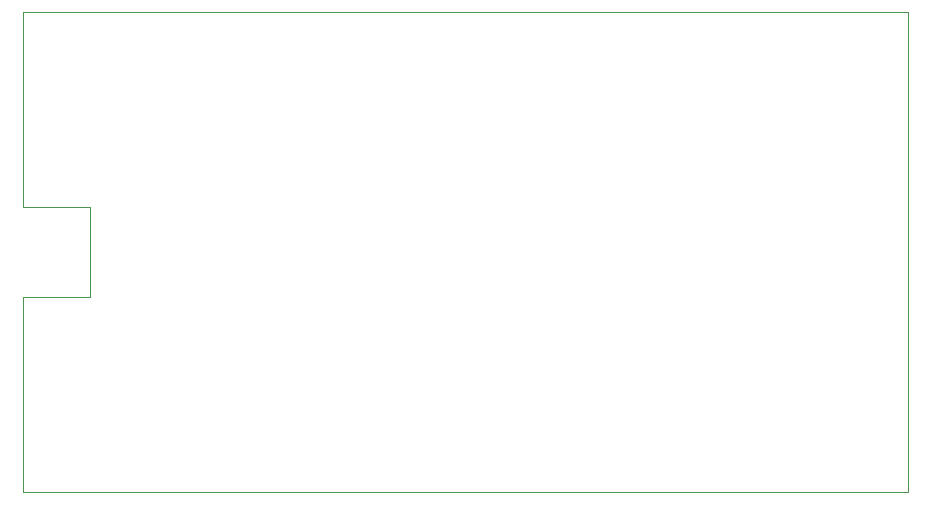
<source format=gbr>
%TF.GenerationSoftware,KiCad,Pcbnew,(6.0.6-0)*%
%TF.CreationDate,2022-12-31T16:02:41+01:00*%
%TF.ProjectId,rc5_remote,7263355f-7265-46d6-9f74-652e6b696361,rev?*%
%TF.SameCoordinates,Original*%
%TF.FileFunction,Profile,NP*%
%FSLAX46Y46*%
G04 Gerber Fmt 4.6, Leading zero omitted, Abs format (unit mm)*
G04 Created by KiCad (PCBNEW (6.0.6-0)) date 2022-12-31 16:02:41*
%MOMM*%
%LPD*%
G01*
G04 APERTURE LIST*
%TA.AperFunction,Profile*%
%ADD10C,0.100000*%
%TD*%
G04 APERTURE END LIST*
D10*
X100330000Y-74930000D02*
X106045000Y-74930000D01*
X175260000Y-58420000D02*
X175260000Y-99060000D01*
X106045000Y-82550000D02*
X100330000Y-82550000D01*
X175260000Y-99060000D02*
X100330000Y-99060000D01*
X106045000Y-74930000D02*
X106045000Y-82550000D01*
X100330000Y-74930000D02*
X100330000Y-58420000D01*
X100330000Y-58420000D02*
X175260000Y-58420000D01*
X100330000Y-99060000D02*
X100330000Y-82550000D01*
M02*

</source>
